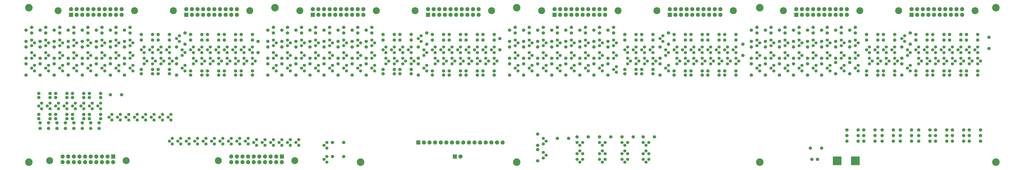
<source format=gts>
G75*
G70*
%OFA0B0*%
%FSLAX24Y24*%
%IPPOS*%
%LPD*%
%AMOC8*
5,1,8,0,0,1.08239X$1,22.5*
%
%ADD10C,0.1340*%
%ADD11R,0.1580X0.1580*%
%ADD12C,0.0595*%
%ADD13C,0.0556*%
%ADD14R,0.0730X0.0730*%
%ADD15C,0.0730*%
%ADD16C,0.1240*%
D10*
X001767Y004125D03*
X060767Y004125D03*
X088517Y004125D03*
X131767Y004125D03*
X173767Y004125D03*
X173767Y031625D03*
X131767Y031625D03*
X088517Y031625D03*
X045517Y031625D03*
X001767Y031625D03*
D11*
X145517Y004375D03*
X148767Y004375D03*
D12*
X142017Y004625D03*
X141017Y004625D03*
X140767Y006625D03*
X142767Y006625D03*
X147267Y007875D03*
X149267Y007875D03*
X150267Y007875D03*
X152267Y007875D03*
X153517Y007875D03*
X155517Y007875D03*
X156767Y007875D03*
X158767Y007875D03*
X160017Y007875D03*
X162017Y007875D03*
X163017Y007875D03*
X165017Y007875D03*
X166017Y007875D03*
X168017Y007875D03*
X169017Y007875D03*
X171017Y007875D03*
X171017Y008875D03*
X169017Y008875D03*
X168017Y008875D03*
X166017Y008875D03*
X165017Y008875D03*
X165017Y009875D03*
X166017Y009875D03*
X168017Y009875D03*
X169017Y009875D03*
X171017Y009875D03*
X163017Y009875D03*
X162017Y009875D03*
X160017Y009875D03*
X158767Y009875D03*
X156767Y009875D03*
X155517Y009875D03*
X153517Y009875D03*
X152267Y009875D03*
X150267Y009875D03*
X149267Y009875D03*
X149267Y008875D03*
X150267Y008875D03*
X152267Y008875D03*
X153517Y008875D03*
X155517Y008875D03*
X156767Y008875D03*
X158767Y008875D03*
X160017Y008875D03*
X162017Y008875D03*
X163017Y008875D03*
X147267Y008875D03*
X147267Y009875D03*
X113017Y008625D03*
X111017Y008625D03*
X109267Y008625D03*
X107267Y008625D03*
X105267Y008625D03*
X103267Y008625D03*
X101267Y008625D03*
X099267Y008625D03*
X097767Y008375D03*
X095767Y008375D03*
X092267Y009125D03*
X092267Y007125D03*
X092267Y006375D03*
X092267Y004375D03*
X057767Y005125D03*
X055767Y005125D03*
X055767Y007625D03*
X057767Y007625D03*
X018267Y016125D03*
X016267Y016125D03*
X014517Y016375D03*
X012517Y016375D03*
X011517Y016375D03*
X009517Y016375D03*
X008517Y016375D03*
X006517Y016375D03*
X005517Y016375D03*
X003517Y016375D03*
X003517Y015625D03*
X005517Y015625D03*
X006517Y015625D03*
X008517Y015625D03*
X009517Y015625D03*
X011517Y015625D03*
X012517Y015625D03*
X014517Y015625D03*
X014517Y012625D03*
X012517Y012625D03*
X011517Y012625D03*
X009517Y012625D03*
X008517Y012625D03*
X006517Y012625D03*
X005517Y012625D03*
X003517Y012625D03*
X003517Y011875D03*
X005517Y011875D03*
X006517Y011875D03*
X008517Y011875D03*
X009517Y011875D03*
X011517Y011875D03*
X012517Y011875D03*
X014517Y011875D03*
X014267Y011125D03*
X012767Y011125D03*
X011267Y011125D03*
X009767Y011125D03*
X008267Y011125D03*
X006767Y011125D03*
X005267Y011125D03*
X003767Y011125D03*
X003767Y010125D03*
X005267Y010125D03*
X006767Y010125D03*
X008267Y010125D03*
X009767Y010125D03*
X011267Y010125D03*
X012767Y010125D03*
X014267Y010125D03*
X013767Y019625D03*
X011267Y019625D03*
X008767Y019625D03*
X006267Y019625D03*
X003767Y019625D03*
X001267Y019625D03*
X001267Y021625D03*
X003767Y021625D03*
X006267Y021625D03*
X008767Y021625D03*
X011267Y021625D03*
X013767Y021625D03*
X016267Y021625D03*
X018767Y021625D03*
X021767Y020625D03*
X023767Y020625D03*
X024767Y020625D03*
X026767Y020625D03*
X028017Y021625D03*
X028017Y022625D03*
X018767Y022625D03*
X016267Y022625D03*
X013767Y022625D03*
X011267Y022625D03*
X008767Y022625D03*
X006267Y022625D03*
X003767Y022625D03*
X001267Y022625D03*
X001267Y024625D03*
X003767Y024625D03*
X006267Y024625D03*
X008767Y024625D03*
X011267Y024625D03*
X013767Y024625D03*
X016267Y024625D03*
X018767Y024625D03*
X018767Y025625D03*
X016267Y025625D03*
X013767Y025625D03*
X011267Y025625D03*
X008767Y025625D03*
X006267Y025625D03*
X003767Y025625D03*
X001267Y025625D03*
X002267Y027125D03*
X001267Y027625D03*
X002267Y028125D03*
X004767Y028125D03*
X003767Y027625D03*
X004767Y027125D03*
X006267Y027625D03*
X007267Y027125D03*
X008767Y027625D03*
X009767Y027125D03*
X011267Y027625D03*
X012267Y027125D03*
X013767Y027625D03*
X014767Y027125D03*
X016267Y027625D03*
X017267Y027125D03*
X018767Y027625D03*
X019767Y027125D03*
X021767Y026875D03*
X023767Y026875D03*
X024767Y026875D03*
X026767Y026875D03*
X029517Y027125D03*
X030517Y026875D03*
X032517Y026875D03*
X033517Y026875D03*
X035517Y026875D03*
X036517Y026875D03*
X038517Y026875D03*
X039517Y026875D03*
X041517Y026875D03*
X044267Y027625D03*
X045267Y027125D03*
X046767Y027625D03*
X047767Y027125D03*
X049267Y027625D03*
X050267Y027125D03*
X051767Y027625D03*
X052767Y027125D03*
X054267Y027625D03*
X055267Y027125D03*
X056767Y027625D03*
X057767Y027125D03*
X059267Y027625D03*
X060267Y027125D03*
X061767Y027625D03*
X062767Y027125D03*
X064767Y026875D03*
X066767Y026875D03*
X067767Y026875D03*
X069767Y026875D03*
X072517Y027125D03*
X073517Y026875D03*
X075517Y026875D03*
X076517Y026875D03*
X078517Y026875D03*
X079517Y026875D03*
X081517Y026875D03*
X082517Y026875D03*
X084517Y026875D03*
X085517Y026125D03*
X084517Y025875D03*
X082517Y025875D03*
X081517Y025875D03*
X079517Y025875D03*
X078517Y025875D03*
X076517Y025875D03*
X075517Y025875D03*
X073517Y025875D03*
X072517Y025125D03*
X071017Y024625D03*
X069767Y025875D03*
X067767Y025875D03*
X066767Y025875D03*
X064767Y025875D03*
X061767Y025625D03*
X059267Y025625D03*
X056767Y025625D03*
X054267Y025625D03*
X051767Y025625D03*
X049267Y025625D03*
X046767Y025625D03*
X044267Y025625D03*
X042517Y025625D03*
X041517Y025875D03*
X039517Y025875D03*
X038517Y025875D03*
X036517Y025875D03*
X035517Y025875D03*
X033517Y025875D03*
X032517Y025875D03*
X030517Y025875D03*
X029517Y025125D03*
X028017Y024625D03*
X026767Y025875D03*
X024767Y025875D03*
X023767Y025875D03*
X021767Y025875D03*
X019767Y028125D03*
X017267Y028125D03*
X014767Y028125D03*
X012267Y028125D03*
X009767Y028125D03*
X007267Y028125D03*
X042517Y023625D03*
X044267Y022625D03*
X046767Y022625D03*
X049267Y022625D03*
X051767Y022625D03*
X054267Y022625D03*
X056767Y022625D03*
X059267Y022625D03*
X061767Y022625D03*
X061767Y021625D03*
X059267Y021625D03*
X056767Y021625D03*
X054267Y021625D03*
X051767Y021625D03*
X049267Y021625D03*
X046767Y021625D03*
X044267Y021625D03*
X041517Y020375D03*
X039517Y020375D03*
X038517Y020375D03*
X036517Y020375D03*
X035517Y020375D03*
X033517Y020375D03*
X032517Y020375D03*
X030517Y020375D03*
X030517Y019625D03*
X032517Y019625D03*
X033517Y019625D03*
X035517Y019625D03*
X036517Y019625D03*
X038517Y019625D03*
X039517Y019625D03*
X041517Y019625D03*
X044267Y019625D03*
X046767Y019625D03*
X049267Y019625D03*
X051767Y019625D03*
X054267Y019625D03*
X056767Y019625D03*
X059267Y019625D03*
X061767Y019625D03*
X064767Y019875D03*
X066767Y019875D03*
X067767Y019875D03*
X069767Y019875D03*
X071017Y019625D03*
X073517Y019625D03*
X073517Y020375D03*
X075517Y020375D03*
X076517Y020375D03*
X078517Y020375D03*
X079517Y020375D03*
X081517Y020375D03*
X082517Y020375D03*
X084517Y020375D03*
X084517Y019625D03*
X082517Y019625D03*
X081517Y019625D03*
X079517Y019625D03*
X078517Y019625D03*
X076517Y019625D03*
X075517Y019625D03*
X069767Y020625D03*
X067767Y020625D03*
X066767Y020625D03*
X064767Y020625D03*
X071017Y021625D03*
X071017Y022625D03*
X061767Y024625D03*
X059267Y024625D03*
X056767Y024625D03*
X054267Y024625D03*
X051767Y024625D03*
X049267Y024625D03*
X046767Y024625D03*
X044267Y024625D03*
X045267Y028125D03*
X047767Y028125D03*
X050267Y028125D03*
X052767Y028125D03*
X055267Y028125D03*
X057767Y028125D03*
X060267Y028125D03*
X062767Y028125D03*
X085517Y024125D03*
X087267Y024625D03*
X089767Y024625D03*
X092267Y024625D03*
X094767Y024625D03*
X097267Y024625D03*
X099767Y024625D03*
X102267Y024625D03*
X104767Y024625D03*
X104767Y025625D03*
X102267Y025625D03*
X099767Y025625D03*
X097267Y025625D03*
X094767Y025625D03*
X092267Y025625D03*
X089767Y025625D03*
X087267Y025625D03*
X088267Y027125D03*
X087267Y027625D03*
X088267Y028125D03*
X090767Y028125D03*
X089767Y027625D03*
X090767Y027125D03*
X092267Y027625D03*
X093267Y027125D03*
X094767Y027625D03*
X095767Y027125D03*
X097267Y027625D03*
X098267Y027125D03*
X099767Y027625D03*
X100767Y027125D03*
X102267Y027625D03*
X103267Y027125D03*
X104767Y027625D03*
X105767Y027125D03*
X107767Y026875D03*
X109767Y026875D03*
X110767Y026875D03*
X112767Y026875D03*
X115517Y027125D03*
X116517Y026875D03*
X118517Y026875D03*
X119517Y026875D03*
X121517Y026875D03*
X122517Y026875D03*
X124517Y026875D03*
X125517Y026875D03*
X127517Y026875D03*
X130267Y027625D03*
X131267Y027125D03*
X132767Y027625D03*
X133767Y027125D03*
X135267Y027625D03*
X136267Y027125D03*
X137767Y027625D03*
X138767Y027125D03*
X140267Y027625D03*
X141267Y027125D03*
X142767Y027625D03*
X143767Y027125D03*
X145267Y027625D03*
X146267Y027125D03*
X147767Y027625D03*
X148767Y027125D03*
X150767Y026875D03*
X152767Y026875D03*
X153767Y026875D03*
X155767Y026875D03*
X158517Y027125D03*
X159517Y026875D03*
X161517Y026875D03*
X162517Y026875D03*
X164517Y026875D03*
X165517Y026875D03*
X167517Y026875D03*
X168517Y026875D03*
X170517Y026875D03*
X172517Y026375D03*
X170517Y025875D03*
X168517Y025875D03*
X167517Y025875D03*
X165517Y025875D03*
X164517Y025875D03*
X162517Y025875D03*
X161517Y025875D03*
X159517Y025875D03*
X158517Y025125D03*
X157017Y024625D03*
X155767Y025875D03*
X153767Y025875D03*
X152767Y025875D03*
X150767Y025875D03*
X147767Y025625D03*
X145267Y025625D03*
X142767Y025625D03*
X140267Y025625D03*
X137767Y025625D03*
X135267Y025625D03*
X132767Y025625D03*
X130267Y025625D03*
X128767Y025125D03*
X130267Y024625D03*
X132767Y024625D03*
X135267Y024625D03*
X137767Y024625D03*
X140267Y024625D03*
X142767Y024625D03*
X145267Y024625D03*
X147767Y024625D03*
X147767Y022625D03*
X147767Y021875D03*
X145267Y021875D03*
X142767Y021625D03*
X140267Y021625D03*
X137767Y021625D03*
X135267Y021625D03*
X132767Y021625D03*
X130267Y021625D03*
X130267Y022625D03*
X132767Y022625D03*
X135267Y022625D03*
X137767Y022625D03*
X140267Y022625D03*
X142767Y022625D03*
X145267Y022625D03*
X150767Y020375D03*
X150767Y019625D03*
X147767Y019875D03*
X145267Y019875D03*
X142767Y019625D03*
X140267Y019625D03*
X137767Y019625D03*
X135267Y019625D03*
X132767Y019625D03*
X130267Y019625D03*
X127517Y019625D03*
X125517Y019625D03*
X124517Y019625D03*
X122517Y019625D03*
X121517Y019625D03*
X119517Y019625D03*
X118517Y019625D03*
X116517Y019625D03*
X114017Y019625D03*
X112767Y019875D03*
X110767Y019875D03*
X109767Y019875D03*
X107767Y019875D03*
X104767Y019625D03*
X102267Y019625D03*
X099767Y019625D03*
X097267Y019625D03*
X094767Y019625D03*
X092267Y019625D03*
X089767Y019625D03*
X087267Y019625D03*
X087267Y021625D03*
X089767Y021625D03*
X092267Y021625D03*
X094767Y021625D03*
X097267Y021625D03*
X099767Y021625D03*
X102267Y021625D03*
X104767Y021625D03*
X107767Y020625D03*
X109767Y020625D03*
X110767Y020625D03*
X112767Y020625D03*
X114017Y021625D03*
X114017Y022625D03*
X114017Y024625D03*
X115517Y025125D03*
X116517Y025875D03*
X118517Y025875D03*
X119517Y025875D03*
X121517Y025875D03*
X122517Y025875D03*
X124517Y025875D03*
X125517Y025875D03*
X127517Y025875D03*
X128767Y023125D03*
X127517Y020375D03*
X125517Y020375D03*
X124517Y020375D03*
X122517Y020375D03*
X121517Y020375D03*
X119517Y020375D03*
X118517Y020375D03*
X116517Y020375D03*
X104767Y022625D03*
X102267Y022625D03*
X099767Y022625D03*
X097267Y022625D03*
X094767Y022625D03*
X092267Y022625D03*
X089767Y022625D03*
X087267Y022625D03*
X107767Y025875D03*
X109767Y025875D03*
X110767Y025875D03*
X112767Y025875D03*
X105767Y028125D03*
X103267Y028125D03*
X100767Y028125D03*
X098267Y028125D03*
X095767Y028125D03*
X093267Y028125D03*
X131267Y028125D03*
X133767Y028125D03*
X136267Y028125D03*
X138767Y028125D03*
X141267Y028125D03*
X143767Y028125D03*
X146267Y028125D03*
X148767Y028125D03*
X172517Y024375D03*
X157017Y022625D03*
X157017Y021625D03*
X155767Y020375D03*
X153767Y020375D03*
X152767Y020375D03*
X152767Y019625D03*
X153767Y019625D03*
X155767Y019625D03*
X157017Y019625D03*
X159517Y019625D03*
X159517Y020375D03*
X161517Y020375D03*
X162517Y020375D03*
X164517Y020375D03*
X165517Y020375D03*
X167517Y020375D03*
X168517Y020375D03*
X170517Y020375D03*
X170517Y019625D03*
X168517Y019625D03*
X167517Y019625D03*
X165517Y019625D03*
X164517Y019625D03*
X162517Y019625D03*
X161517Y019625D03*
X028017Y019625D03*
X026767Y019875D03*
X024767Y019875D03*
X023767Y019875D03*
X021767Y019875D03*
X018767Y019625D03*
X016267Y019625D03*
D13*
X015267Y020375D03*
X014767Y020875D03*
X012767Y020375D03*
X012267Y020875D03*
X010267Y020375D03*
X009767Y020875D03*
X007767Y020375D03*
X007267Y020875D03*
X005267Y020375D03*
X004767Y020875D03*
X002767Y020375D03*
X002267Y020875D03*
X002767Y021375D03*
X005267Y021375D03*
X007767Y021375D03*
X010267Y021375D03*
X012767Y021375D03*
X015267Y021375D03*
X017267Y020875D03*
X017767Y020375D03*
X019767Y020875D03*
X020267Y020375D03*
X020267Y021375D03*
X022267Y021625D03*
X023767Y021625D03*
X025267Y021625D03*
X026767Y021625D03*
X029517Y021375D03*
X031017Y021625D03*
X032517Y021625D03*
X034017Y021625D03*
X035517Y021625D03*
X037017Y021625D03*
X038517Y021625D03*
X040017Y021625D03*
X041517Y021625D03*
X042017Y022125D03*
X041517Y022625D03*
X040517Y022125D03*
X040017Y022625D03*
X039017Y022125D03*
X038517Y022625D03*
X037517Y022125D03*
X037017Y022625D03*
X036017Y022125D03*
X035517Y022625D03*
X034517Y022125D03*
X034017Y022625D03*
X033017Y022125D03*
X032517Y022625D03*
X031517Y022125D03*
X031017Y022625D03*
X029017Y023125D03*
X029517Y023625D03*
X029017Y024125D03*
X030517Y024125D03*
X031017Y023625D03*
X032017Y024125D03*
X032517Y023625D03*
X033517Y024125D03*
X034017Y023625D03*
X035017Y024125D03*
X035517Y023625D03*
X036517Y024125D03*
X037017Y023625D03*
X038017Y024125D03*
X038517Y023625D03*
X039517Y024125D03*
X040017Y023625D03*
X041017Y024125D03*
X041517Y023625D03*
X045267Y023625D03*
X045767Y023125D03*
X047767Y023625D03*
X048267Y023125D03*
X050267Y023625D03*
X050767Y023125D03*
X050267Y022625D03*
X047767Y022625D03*
X045267Y022625D03*
X045767Y021375D03*
X048267Y021375D03*
X050767Y021375D03*
X050267Y020875D03*
X050767Y020375D03*
X048267Y020375D03*
X047767Y020875D03*
X045767Y020375D03*
X045267Y020875D03*
X052767Y020875D03*
X053267Y020375D03*
X055267Y020875D03*
X055767Y020375D03*
X057767Y020875D03*
X058267Y020375D03*
X060267Y020875D03*
X060767Y020375D03*
X062767Y020875D03*
X063267Y020375D03*
X063267Y021375D03*
X065267Y021625D03*
X066767Y021625D03*
X068267Y021625D03*
X069767Y021625D03*
X070267Y022125D03*
X069767Y022625D03*
X068767Y022125D03*
X068267Y022625D03*
X067267Y022125D03*
X066767Y022625D03*
X065767Y022125D03*
X065267Y022625D03*
X063267Y023125D03*
X062767Y023625D03*
X064767Y024125D03*
X065267Y023625D03*
X066267Y024125D03*
X066767Y023625D03*
X067767Y024125D03*
X068267Y023625D03*
X069267Y024125D03*
X069767Y023625D03*
X072017Y023125D03*
X072517Y023625D03*
X072017Y024125D03*
X073517Y024125D03*
X074017Y023625D03*
X075017Y024125D03*
X075517Y023625D03*
X076517Y024125D03*
X077017Y023625D03*
X078017Y024125D03*
X078517Y023625D03*
X079517Y024125D03*
X080017Y023625D03*
X081017Y024125D03*
X081517Y023625D03*
X082517Y024125D03*
X083017Y023625D03*
X084017Y024125D03*
X084517Y023625D03*
X088267Y023625D03*
X088767Y023125D03*
X090767Y023625D03*
X091267Y023125D03*
X093267Y023625D03*
X093767Y023125D03*
X095767Y023625D03*
X096267Y023125D03*
X095767Y022625D03*
X093267Y022625D03*
X090767Y022625D03*
X088267Y022625D03*
X085017Y022125D03*
X084517Y022625D03*
X083517Y022125D03*
X083017Y022625D03*
X082017Y022125D03*
X081517Y022625D03*
X080517Y022125D03*
X080017Y022625D03*
X079017Y022125D03*
X078517Y022625D03*
X077517Y022125D03*
X077017Y022625D03*
X076017Y022125D03*
X075517Y022625D03*
X074517Y022125D03*
X074017Y022625D03*
X074017Y021625D03*
X075517Y021625D03*
X077017Y021625D03*
X078517Y021625D03*
X080017Y021625D03*
X081517Y021625D03*
X083017Y021625D03*
X084517Y021625D03*
X088267Y020875D03*
X088767Y020375D03*
X090767Y020875D03*
X091267Y020375D03*
X093267Y020875D03*
X093767Y020375D03*
X095767Y020875D03*
X096267Y020375D03*
X098267Y020875D03*
X098767Y020375D03*
X100767Y020875D03*
X101267Y020375D03*
X103267Y020875D03*
X103767Y020375D03*
X105767Y020625D03*
X106267Y021125D03*
X108267Y021625D03*
X109767Y021625D03*
X111267Y021625D03*
X112767Y021625D03*
X115517Y021375D03*
X117017Y021625D03*
X118517Y021625D03*
X120017Y021625D03*
X121517Y021625D03*
X123017Y021625D03*
X124517Y021625D03*
X126017Y021625D03*
X127517Y021625D03*
X128017Y022125D03*
X127517Y022625D03*
X126517Y022125D03*
X126017Y022625D03*
X125017Y022125D03*
X124517Y022625D03*
X123517Y022125D03*
X123017Y022625D03*
X122017Y022125D03*
X121517Y022625D03*
X120517Y022125D03*
X120017Y022625D03*
X119017Y022125D03*
X118517Y022625D03*
X117517Y022125D03*
X117017Y022625D03*
X115017Y023125D03*
X115517Y023625D03*
X115017Y024125D03*
X116517Y024125D03*
X117017Y023625D03*
X118017Y024125D03*
X118517Y023625D03*
X119517Y024125D03*
X120017Y023625D03*
X121017Y024125D03*
X121517Y023625D03*
X122517Y024125D03*
X123017Y023625D03*
X124017Y024125D03*
X124517Y023625D03*
X125517Y024125D03*
X126017Y023625D03*
X127017Y024125D03*
X127517Y023625D03*
X131267Y023625D03*
X131767Y023125D03*
X133767Y023625D03*
X134267Y023125D03*
X136267Y023625D03*
X136767Y023125D03*
X136267Y022625D03*
X133767Y022625D03*
X131267Y022625D03*
X131767Y021375D03*
X134267Y021375D03*
X136767Y021375D03*
X136267Y020875D03*
X136767Y020375D03*
X134267Y020375D03*
X133767Y020875D03*
X131767Y020375D03*
X131267Y020875D03*
X138767Y020875D03*
X139267Y020375D03*
X141267Y020875D03*
X141767Y020375D03*
X143767Y020875D03*
X144267Y020375D03*
X146267Y020875D03*
X146767Y020375D03*
X148767Y020875D03*
X149267Y020375D03*
X149267Y021375D03*
X151267Y021625D03*
X152767Y021625D03*
X154267Y021625D03*
X155767Y021625D03*
X156267Y022125D03*
X155767Y022625D03*
X154767Y022125D03*
X154267Y022625D03*
X153267Y022125D03*
X152767Y022625D03*
X151767Y022125D03*
X151267Y022625D03*
X149267Y023125D03*
X148767Y023625D03*
X150767Y024125D03*
X151267Y023625D03*
X152267Y024125D03*
X152767Y023625D03*
X153767Y024125D03*
X154267Y023625D03*
X155267Y024125D03*
X155767Y023625D03*
X158017Y023125D03*
X158517Y023625D03*
X158017Y024125D03*
X159517Y024125D03*
X160017Y023625D03*
X161017Y024125D03*
X161517Y023625D03*
X162517Y024125D03*
X163017Y023625D03*
X164017Y024125D03*
X164517Y023625D03*
X165517Y024125D03*
X166017Y023625D03*
X167017Y024125D03*
X167517Y023625D03*
X168517Y024125D03*
X169017Y023625D03*
X170017Y024125D03*
X170517Y023625D03*
X170517Y022625D03*
X171017Y022125D03*
X169517Y022125D03*
X169017Y022625D03*
X168017Y022125D03*
X167517Y022625D03*
X166517Y022125D03*
X166017Y022625D03*
X165017Y022125D03*
X164517Y022625D03*
X163517Y022125D03*
X163017Y022625D03*
X162017Y022125D03*
X161517Y022625D03*
X160517Y022125D03*
X160017Y022625D03*
X160017Y021625D03*
X161517Y021625D03*
X163017Y021625D03*
X164517Y021625D03*
X166017Y021625D03*
X167517Y021625D03*
X169017Y021625D03*
X170517Y021625D03*
X158517Y021375D03*
X158017Y020875D03*
X158517Y020375D03*
X148767Y022625D03*
X146267Y022625D03*
X146767Y023125D03*
X146267Y023625D03*
X144267Y023125D03*
X143767Y023625D03*
X141767Y023125D03*
X141267Y023625D03*
X139267Y023125D03*
X138767Y023625D03*
X138767Y022625D03*
X141267Y022625D03*
X143767Y022625D03*
X144267Y021375D03*
X146767Y021375D03*
X141767Y021375D03*
X139267Y021375D03*
X127517Y024625D03*
X126017Y024625D03*
X124517Y024625D03*
X123017Y024625D03*
X121517Y024625D03*
X120017Y024625D03*
X118517Y024625D03*
X117017Y024625D03*
X112767Y024625D03*
X111267Y024625D03*
X109767Y024625D03*
X108267Y024625D03*
X105767Y024875D03*
X106267Y025375D03*
X105767Y025875D03*
X103767Y025375D03*
X103267Y024875D03*
X101267Y025375D03*
X100767Y024875D03*
X098767Y025375D03*
X098267Y024875D03*
X098267Y025875D03*
X100767Y025875D03*
X103267Y025875D03*
X096267Y025375D03*
X095767Y024875D03*
X093767Y025375D03*
X093267Y024875D03*
X091267Y025375D03*
X090767Y024875D03*
X088767Y025375D03*
X088267Y024875D03*
X088267Y025875D03*
X090767Y025875D03*
X093267Y025875D03*
X095767Y025875D03*
X098267Y023625D03*
X098767Y023125D03*
X100767Y023625D03*
X101267Y023125D03*
X103267Y023625D03*
X103767Y023125D03*
X105767Y023625D03*
X106267Y023125D03*
X108267Y023625D03*
X107767Y024125D03*
X109267Y024125D03*
X109767Y023625D03*
X110767Y024125D03*
X111267Y023625D03*
X112267Y024125D03*
X112767Y023625D03*
X112767Y022625D03*
X113267Y022125D03*
X111767Y022125D03*
X111267Y022625D03*
X110267Y022125D03*
X109767Y022625D03*
X108767Y022125D03*
X108267Y022625D03*
X105767Y022625D03*
X103267Y022625D03*
X100767Y022625D03*
X098267Y022625D03*
X098767Y021375D03*
X101267Y021375D03*
X103767Y021375D03*
X106267Y020125D03*
X115017Y020875D03*
X115517Y020375D03*
X096267Y021375D03*
X093767Y021375D03*
X091267Y021375D03*
X088767Y021375D03*
X084517Y024625D03*
X083017Y024625D03*
X081517Y024625D03*
X080017Y024625D03*
X078517Y024625D03*
X077017Y024625D03*
X075517Y024625D03*
X074017Y024625D03*
X071517Y025625D03*
X071017Y026125D03*
X071517Y026625D03*
X063267Y025375D03*
X062767Y024875D03*
X060767Y025375D03*
X060267Y024875D03*
X058267Y025375D03*
X057767Y024875D03*
X055767Y025375D03*
X055267Y024875D03*
X053267Y025375D03*
X052767Y024875D03*
X052767Y025875D03*
X055267Y025875D03*
X057767Y025875D03*
X060267Y025875D03*
X062767Y025875D03*
X065267Y024625D03*
X066767Y024625D03*
X068267Y024625D03*
X069767Y024625D03*
X060767Y023125D03*
X060267Y023625D03*
X058267Y023125D03*
X057767Y023625D03*
X055767Y023125D03*
X055267Y023625D03*
X053267Y023125D03*
X052767Y023625D03*
X052767Y022625D03*
X055267Y022625D03*
X057767Y022625D03*
X060267Y022625D03*
X062767Y022625D03*
X060767Y021375D03*
X058267Y021375D03*
X055767Y021375D03*
X053267Y021375D03*
X041517Y024625D03*
X040017Y024625D03*
X038517Y024625D03*
X037017Y024625D03*
X035517Y024625D03*
X034017Y024625D03*
X032517Y024625D03*
X031017Y024625D03*
X026767Y024625D03*
X025267Y024625D03*
X023767Y024625D03*
X022267Y024625D03*
X019767Y024875D03*
X020267Y025375D03*
X019767Y025875D03*
X017767Y025375D03*
X017267Y024875D03*
X015267Y025375D03*
X014767Y024875D03*
X012767Y025375D03*
X012267Y024875D03*
X010267Y025375D03*
X009767Y024875D03*
X007767Y025375D03*
X007267Y024875D03*
X005267Y025375D03*
X004767Y024875D03*
X002767Y025375D03*
X002267Y024875D03*
X002267Y025875D03*
X004767Y025875D03*
X007267Y025875D03*
X009767Y025875D03*
X012267Y025875D03*
X014767Y025875D03*
X017267Y025875D03*
X021767Y024125D03*
X022267Y023625D03*
X023267Y024125D03*
X023767Y023625D03*
X024767Y024125D03*
X025267Y023625D03*
X026267Y024125D03*
X026767Y023625D03*
X026767Y022625D03*
X027267Y022125D03*
X025767Y022125D03*
X025267Y022625D03*
X024267Y022125D03*
X023767Y022625D03*
X022767Y022125D03*
X022267Y022625D03*
X019767Y022625D03*
X020267Y023125D03*
X019767Y023625D03*
X017767Y023125D03*
X017267Y023625D03*
X015267Y023125D03*
X014767Y023625D03*
X012767Y023125D03*
X012267Y023625D03*
X010267Y023125D03*
X009767Y023625D03*
X007767Y023125D03*
X007267Y023625D03*
X005267Y023125D03*
X004767Y023625D03*
X002767Y023125D03*
X002267Y023625D03*
X002267Y022625D03*
X004767Y022625D03*
X007267Y022625D03*
X009767Y022625D03*
X012267Y022625D03*
X014767Y022625D03*
X017267Y022625D03*
X017767Y021375D03*
X029017Y020875D03*
X029517Y020375D03*
X045267Y024875D03*
X045767Y025375D03*
X045267Y025875D03*
X047767Y025875D03*
X048267Y025375D03*
X047767Y024875D03*
X050267Y024875D03*
X050767Y025375D03*
X050267Y025875D03*
X028517Y025625D03*
X028017Y026125D03*
X028517Y026625D03*
X072017Y020875D03*
X072517Y020375D03*
X072517Y021375D03*
X114017Y026125D03*
X114517Y025625D03*
X114517Y026625D03*
X131267Y025875D03*
X131767Y025375D03*
X131267Y024875D03*
X133767Y024875D03*
X134267Y025375D03*
X133767Y025875D03*
X136267Y025875D03*
X136767Y025375D03*
X136267Y024875D03*
X138767Y024875D03*
X139267Y025375D03*
X138767Y025875D03*
X141267Y025875D03*
X141767Y025375D03*
X141267Y024875D03*
X143767Y024875D03*
X144267Y025375D03*
X143767Y025875D03*
X146267Y025875D03*
X146767Y025375D03*
X146267Y024875D03*
X148767Y024875D03*
X149267Y025375D03*
X148767Y025875D03*
X151267Y024625D03*
X152767Y024625D03*
X154267Y024625D03*
X155767Y024625D03*
X157517Y025625D03*
X157017Y026125D03*
X157517Y026625D03*
X160017Y024625D03*
X161517Y024625D03*
X163017Y024625D03*
X164517Y024625D03*
X166017Y024625D03*
X167517Y024625D03*
X169017Y024625D03*
X170517Y024625D03*
X093267Y008375D03*
X093767Y007875D03*
X093267Y007375D03*
X099267Y007625D03*
X099767Y007125D03*
X100267Y007625D03*
X103267Y007625D03*
X103767Y007125D03*
X104267Y007625D03*
X107267Y007625D03*
X107767Y007125D03*
X108267Y007625D03*
X111017Y007625D03*
X111517Y007125D03*
X112017Y007625D03*
X111517Y006125D03*
X112017Y005625D03*
X111017Y005625D03*
X111017Y004625D03*
X112017Y004625D03*
X111517Y004125D03*
X108267Y004625D03*
X107267Y004625D03*
X107767Y004125D03*
X104267Y004625D03*
X103267Y004625D03*
X100267Y004625D03*
X099267Y004625D03*
X099767Y004125D03*
X103767Y004125D03*
X104267Y005625D03*
X103267Y005625D03*
X100267Y005625D03*
X099267Y005625D03*
X099767Y006125D03*
X103767Y006125D03*
X107267Y005625D03*
X108267Y005625D03*
X107767Y006125D03*
X093767Y005375D03*
X093267Y005875D03*
X093267Y004875D03*
X054767Y005125D03*
X054267Y004625D03*
X054767Y004125D03*
X054767Y006625D03*
X054267Y007125D03*
X054767Y007625D03*
X049767Y007125D03*
X049267Y007625D03*
X049767Y008125D03*
X048267Y008125D03*
X047767Y007625D03*
X048267Y007125D03*
X046767Y007125D03*
X046267Y007625D03*
X046767Y008125D03*
X045267Y008125D03*
X044767Y007625D03*
X045267Y007125D03*
X043767Y007125D03*
X043267Y007625D03*
X043767Y008125D03*
X042267Y008125D03*
X041767Y007625D03*
X042267Y007125D03*
X040767Y007375D03*
X039267Y007375D03*
X037767Y007375D03*
X036267Y007375D03*
X034767Y007375D03*
X033267Y007375D03*
X031767Y007375D03*
X030267Y007375D03*
X028767Y007375D03*
X027267Y007375D03*
X026767Y007875D03*
X027267Y008375D03*
X028267Y007875D03*
X028767Y008375D03*
X029767Y007875D03*
X030267Y008375D03*
X031267Y007875D03*
X031767Y008375D03*
X032767Y007875D03*
X033267Y008375D03*
X034267Y007875D03*
X034767Y008375D03*
X035767Y007875D03*
X036267Y008375D03*
X037267Y007875D03*
X037767Y008375D03*
X038767Y007875D03*
X039267Y008375D03*
X040267Y007875D03*
X040767Y008375D03*
X027017Y011625D03*
X025517Y011625D03*
X024017Y011625D03*
X022517Y011625D03*
X021017Y011625D03*
X019517Y011625D03*
X018017Y011625D03*
X016517Y011625D03*
X016017Y012125D03*
X016517Y012625D03*
X017517Y012125D03*
X018017Y012625D03*
X019017Y012125D03*
X019517Y012625D03*
X020517Y012125D03*
X021017Y012625D03*
X022017Y012125D03*
X022517Y012625D03*
X023517Y012125D03*
X024017Y012625D03*
X025017Y012125D03*
X025517Y012625D03*
X026517Y012125D03*
X027017Y012625D03*
X014517Y013625D03*
X014017Y014125D03*
X013017Y013625D03*
X012517Y014125D03*
X011517Y013625D03*
X011017Y014125D03*
X010017Y013625D03*
X009517Y014125D03*
X008517Y013625D03*
X008017Y014125D03*
X007017Y013625D03*
X006517Y014125D03*
X005517Y013625D03*
X005017Y014125D03*
X004017Y013625D03*
X003517Y014125D03*
X004017Y014625D03*
X005517Y014625D03*
X007017Y014625D03*
X008517Y014625D03*
X010017Y014625D03*
X011517Y014625D03*
X013017Y014625D03*
X014517Y014625D03*
D14*
X016767Y005125D03*
X046767Y005125D03*
X071017Y007625D03*
X077517Y005125D03*
X072767Y030375D03*
X052267Y030375D03*
X029767Y030375D03*
X009267Y030375D03*
X095267Y030375D03*
X115767Y030375D03*
X138267Y030375D03*
X158767Y030375D03*
D15*
X159767Y030375D03*
X160767Y030375D03*
X161767Y030375D03*
X162767Y030375D03*
X163767Y030375D03*
X164767Y030375D03*
X165767Y030375D03*
X166767Y030375D03*
X167767Y030375D03*
X167767Y031375D03*
X166767Y031375D03*
X165767Y031375D03*
X164767Y031375D03*
X163767Y031375D03*
X162767Y031375D03*
X161767Y031375D03*
X160767Y031375D03*
X159767Y031375D03*
X158767Y031375D03*
X147267Y031375D03*
X146267Y031375D03*
X145267Y031375D03*
X144267Y031375D03*
X143267Y031375D03*
X142267Y031375D03*
X141267Y031375D03*
X140267Y031375D03*
X139267Y031375D03*
X138267Y031375D03*
X139267Y030375D03*
X140267Y030375D03*
X141267Y030375D03*
X142267Y030375D03*
X143267Y030375D03*
X144267Y030375D03*
X145267Y030375D03*
X146267Y030375D03*
X147267Y030375D03*
X124767Y030375D03*
X123767Y030375D03*
X122767Y030375D03*
X121767Y030375D03*
X120767Y030375D03*
X119767Y030375D03*
X118767Y030375D03*
X117767Y030375D03*
X116767Y030375D03*
X116767Y031375D03*
X117767Y031375D03*
X118767Y031375D03*
X119767Y031375D03*
X120767Y031375D03*
X121767Y031375D03*
X122767Y031375D03*
X123767Y031375D03*
X124767Y031375D03*
X115767Y031375D03*
X104267Y031375D03*
X103267Y031375D03*
X102267Y031375D03*
X101267Y031375D03*
X100267Y031375D03*
X099267Y031375D03*
X098267Y031375D03*
X097267Y031375D03*
X096267Y031375D03*
X095267Y031375D03*
X096267Y030375D03*
X097267Y030375D03*
X098267Y030375D03*
X099267Y030375D03*
X100267Y030375D03*
X101267Y030375D03*
X102267Y030375D03*
X103267Y030375D03*
X104267Y030375D03*
X081767Y030375D03*
X080767Y030375D03*
X079767Y030375D03*
X078767Y030375D03*
X077767Y030375D03*
X076767Y030375D03*
X075767Y030375D03*
X074767Y030375D03*
X073767Y030375D03*
X073767Y031375D03*
X074767Y031375D03*
X075767Y031375D03*
X076767Y031375D03*
X077767Y031375D03*
X078767Y031375D03*
X079767Y031375D03*
X080767Y031375D03*
X081767Y031375D03*
X072767Y031375D03*
X061267Y031375D03*
X060267Y031375D03*
X059267Y031375D03*
X058267Y031375D03*
X057267Y031375D03*
X056267Y031375D03*
X055267Y031375D03*
X054267Y031375D03*
X053267Y031375D03*
X052267Y031375D03*
X053267Y030375D03*
X054267Y030375D03*
X055267Y030375D03*
X056267Y030375D03*
X057267Y030375D03*
X058267Y030375D03*
X059267Y030375D03*
X060267Y030375D03*
X061267Y030375D03*
X038767Y030375D03*
X037767Y030375D03*
X036767Y030375D03*
X035767Y030375D03*
X034767Y030375D03*
X033767Y030375D03*
X032767Y030375D03*
X031767Y030375D03*
X030767Y030375D03*
X030767Y031375D03*
X031767Y031375D03*
X032767Y031375D03*
X033767Y031375D03*
X034767Y031375D03*
X035767Y031375D03*
X036767Y031375D03*
X037767Y031375D03*
X038767Y031375D03*
X029767Y031375D03*
X018267Y031375D03*
X017267Y031375D03*
X016267Y031375D03*
X015267Y031375D03*
X014267Y031375D03*
X013267Y031375D03*
X012267Y031375D03*
X011267Y031375D03*
X010267Y031375D03*
X009267Y031375D03*
X010267Y030375D03*
X011267Y030375D03*
X012267Y030375D03*
X013267Y030375D03*
X014267Y030375D03*
X015267Y030375D03*
X016267Y030375D03*
X017267Y030375D03*
X018267Y030375D03*
X072017Y007625D03*
X073017Y007625D03*
X074017Y007625D03*
X075017Y007625D03*
X076017Y007625D03*
X077017Y007625D03*
X078017Y007625D03*
X079017Y007625D03*
X080017Y007625D03*
X081017Y007625D03*
X082017Y007625D03*
X083017Y007625D03*
X084017Y007625D03*
X085017Y007625D03*
X086017Y007625D03*
X078517Y005125D03*
X046767Y004125D03*
X045767Y004125D03*
X044767Y004125D03*
X043767Y004125D03*
X042767Y004125D03*
X041767Y004125D03*
X040767Y004125D03*
X039767Y004125D03*
X038767Y004125D03*
X037767Y004125D03*
X037767Y005125D03*
X038767Y005125D03*
X039767Y005125D03*
X040767Y005125D03*
X041767Y005125D03*
X042767Y005125D03*
X043767Y005125D03*
X044767Y005125D03*
X045767Y005125D03*
X016767Y004125D03*
X015767Y004125D03*
X014767Y004125D03*
X013767Y004125D03*
X012767Y004125D03*
X011767Y004125D03*
X010767Y004125D03*
X009767Y004125D03*
X008767Y004125D03*
X007767Y004125D03*
X007767Y005125D03*
X008767Y005125D03*
X009767Y005125D03*
X010767Y005125D03*
X011767Y005125D03*
X012767Y005125D03*
X013767Y005125D03*
X014767Y005125D03*
X015767Y005125D03*
D16*
X019057Y004415D03*
X005477Y004415D03*
X035477Y004415D03*
X049057Y004415D03*
X049977Y031085D03*
X041057Y031085D03*
X027477Y031085D03*
X020557Y031085D03*
X006977Y031085D03*
X063557Y031085D03*
X070477Y031085D03*
X084057Y031085D03*
X092977Y031085D03*
X106557Y031085D03*
X113477Y031085D03*
X127057Y031085D03*
X135977Y031085D03*
X149557Y031085D03*
X156477Y031085D03*
X170057Y031085D03*
M02*

</source>
